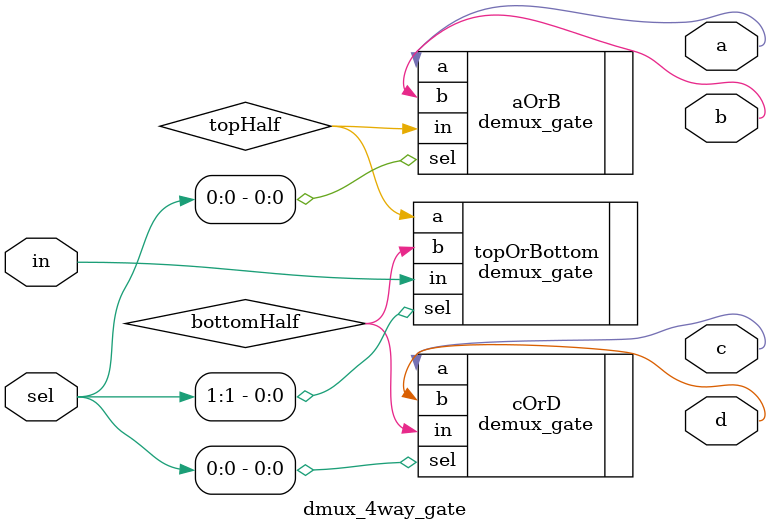
<source format=v>
`include "src/Week1/demux_gate.v"

`ifndef DMUX_4WAY_GATE_V
`define DMUX_4WAY_GATE_V
module dmux_4way_gate(
    output wire a,
    output wire b,
    output wire c,
    output wire d,
    input wire in,
    input wire [1:0] sel
);
    // Simple 4-way DEMUX gate
    // assign a = (sel == 2'b00) ? in : 1'b0;
    // assign b = (sel == 2'b01) ? in : 1'b0;
    // assign c = (sel == 2'b10) ? in : 1'b0;
    // assign d = (sel == 2'b11) ? in : 1'b0;

    // Using demux_gates
    wire topHalf, bottomHalf;
    demux_gate topOrBottom(
        .a(topHalf),
        .b(bottomHalf),
        .in(in),
        .sel(sel[1]) // 1st bit of sel is the top (aOrB) or bottom (cOrD) selector
    );

    demux_gate aOrB(
        .a(a),
        .b(b),
        .in(topHalf),
        .sel(sel[0]) // 0th bit of sel is the a or b selector for the top half
    );

    demux_gate cOrD(
        .a(c),
        .b(d),
        .in(bottomHalf),
        .sel(sel[0]) // 0th bit of sel is the c or d selector for the bottom half
    );
endmodule
`endif
</source>
